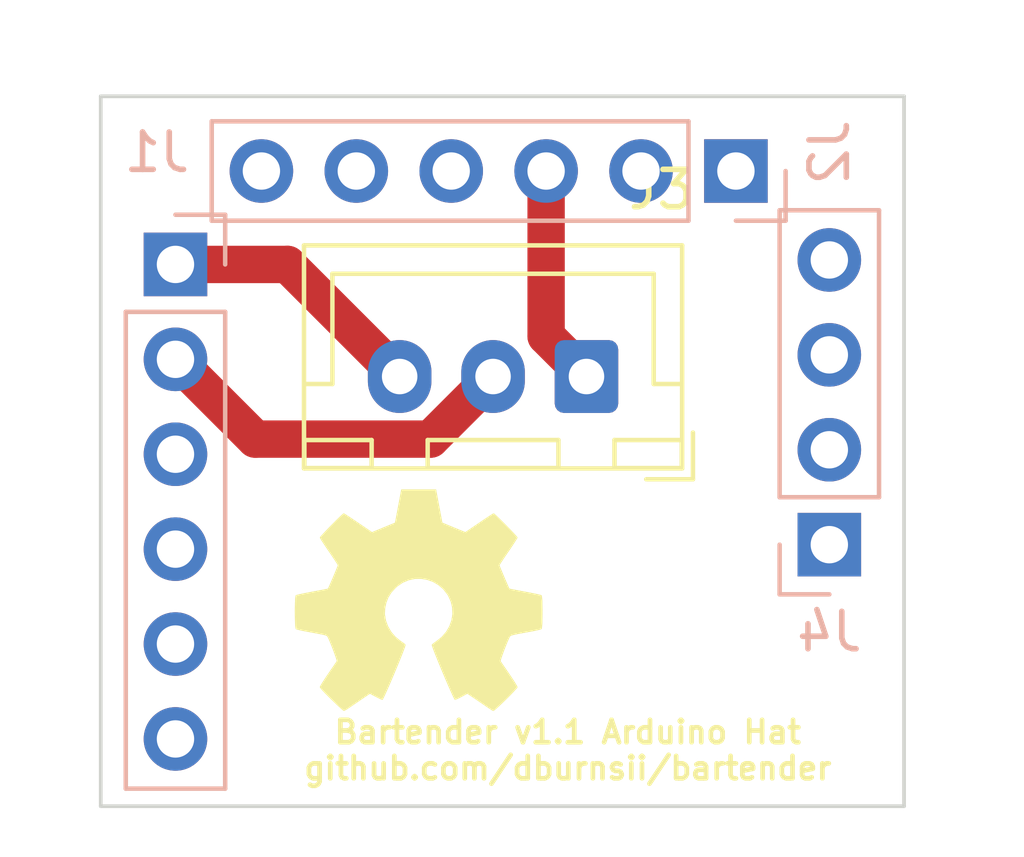
<source format=kicad_pcb>
(kicad_pcb (version 20171130) (host pcbnew 5.1.10)

  (general
    (thickness 1.6)
    (drawings 5)
    (tracks 7)
    (zones 0)
    (modules 5)
    (nets 17)
  )

  (page A4)
  (layers
    (0 F.Cu signal)
    (31 B.Cu signal)
    (32 B.Adhes user)
    (33 F.Adhes user)
    (34 B.Paste user)
    (35 F.Paste user)
    (36 B.SilkS user)
    (37 F.SilkS user)
    (38 B.Mask user)
    (39 F.Mask user)
    (40 Dwgs.User user)
    (41 Cmts.User user)
    (42 Eco1.User user)
    (43 Eco2.User user)
    (44 Edge.Cuts user)
    (45 Margin user)
    (46 B.CrtYd user)
    (47 F.CrtYd user)
    (48 B.Fab user)
    (49 F.Fab user)
  )

  (setup
    (last_trace_width 1)
    (user_trace_width 0.5)
    (user_trace_width 0.75)
    (user_trace_width 1)
    (trace_clearance 0.2)
    (zone_clearance 0.508)
    (zone_45_only no)
    (trace_min 0.2)
    (via_size 0.8)
    (via_drill 0.4)
    (via_min_size 0.4)
    (via_min_drill 0.3)
    (uvia_size 0.3)
    (uvia_drill 0.1)
    (uvias_allowed no)
    (uvia_min_size 0.2)
    (uvia_min_drill 0.1)
    (edge_width 0.1)
    (segment_width 0.2)
    (pcb_text_width 0.3)
    (pcb_text_size 1.5 1.5)
    (mod_edge_width 0.15)
    (mod_text_size 1 1)
    (mod_text_width 0.15)
    (pad_size 1.524 1.524)
    (pad_drill 0.762)
    (pad_to_mask_clearance 0)
    (aux_axis_origin 0 0)
    (visible_elements FFFFFF7F)
    (pcbplotparams
      (layerselection 0x010fc_ffffffff)
      (usegerberextensions false)
      (usegerberattributes true)
      (usegerberadvancedattributes true)
      (creategerberjobfile true)
      (excludeedgelayer true)
      (linewidth 0.100000)
      (plotframeref false)
      (viasonmask false)
      (mode 1)
      (useauxorigin false)
      (hpglpennumber 1)
      (hpglpenspeed 20)
      (hpglpendiameter 15.000000)
      (psnegative false)
      (psa4output false)
      (plotreference true)
      (plotvalue true)
      (plotinvisibletext false)
      (padsonsilk false)
      (subtractmaskfromsilk false)
      (outputformat 1)
      (mirror false)
      (drillshape 1)
      (scaleselection 1)
      (outputdirectory ""))
  )

  (net 0 "")
  (net 1 "Net-(J1-Pad6)")
  (net 2 "Net-(J1-Pad5)")
  (net 3 "Net-(J1-Pad4)")
  (net 4 "Net-(J1-Pad3)")
  (net 5 /GND)
  (net 6 /5V)
  (net 7 "Net-(J2-Pad6)")
  (net 8 "Net-(J2-Pad5)")
  (net 9 "Net-(J2-Pad4)")
  (net 10 /D9)
  (net 11 "Net-(J2-Pad2)")
  (net 12 "Net-(J2-Pad1)")
  (net 13 "Net-(J4-Pad4)")
  (net 14 "Net-(J4-Pad3)")
  (net 15 "Net-(J4-Pad2)")
  (net 16 "Net-(J4-Pad1)")

  (net_class Default "This is the default net class."
    (clearance 0.2)
    (trace_width 0.25)
    (via_dia 0.8)
    (via_drill 0.4)
    (uvia_dia 0.3)
    (uvia_drill 0.1)
    (add_net /5V)
    (add_net /D9)
    (add_net /GND)
    (add_net "Net-(J1-Pad3)")
    (add_net "Net-(J1-Pad4)")
    (add_net "Net-(J1-Pad5)")
    (add_net "Net-(J1-Pad6)")
    (add_net "Net-(J2-Pad1)")
    (add_net "Net-(J2-Pad2)")
    (add_net "Net-(J2-Pad4)")
    (add_net "Net-(J2-Pad5)")
    (add_net "Net-(J2-Pad6)")
    (add_net "Net-(J4-Pad1)")
    (add_net "Net-(J4-Pad2)")
    (add_net "Net-(J4-Pad3)")
    (add_net "Net-(J4-Pad4)")
  )

  (module Connector_JST:JST_XH_B3B-XH-A_1x03_P2.50mm_Vertical (layer F.Cu) (tedit 5C28146C) (tstamp 60B09009)
    (at 133.5 80.5 180)
    (descr "JST XH series connector, B3B-XH-A (http://www.jst-mfg.com/product/pdf/eng/eXH.pdf), generated with kicad-footprint-generator")
    (tags "connector JST XH vertical")
    (path /610130DF)
    (fp_text reference J3 (at -2 5) (layer F.SilkS)
      (effects (font (size 1 1) (thickness 0.15)))
    )
    (fp_text value JST (at 2.5 4.6) (layer F.Fab)
      (effects (font (size 1 1) (thickness 0.15)))
    )
    (fp_line (start -2.85 -2.75) (end -2.85 -1.5) (layer F.SilkS) (width 0.12))
    (fp_line (start -1.6 -2.75) (end -2.85 -2.75) (layer F.SilkS) (width 0.12))
    (fp_line (start 6.8 2.75) (end 2.5 2.75) (layer F.SilkS) (width 0.12))
    (fp_line (start 6.8 -0.2) (end 6.8 2.75) (layer F.SilkS) (width 0.12))
    (fp_line (start 7.55 -0.2) (end 6.8 -0.2) (layer F.SilkS) (width 0.12))
    (fp_line (start -1.8 2.75) (end 2.5 2.75) (layer F.SilkS) (width 0.12))
    (fp_line (start -1.8 -0.2) (end -1.8 2.75) (layer F.SilkS) (width 0.12))
    (fp_line (start -2.55 -0.2) (end -1.8 -0.2) (layer F.SilkS) (width 0.12))
    (fp_line (start 7.55 -2.45) (end 5.75 -2.45) (layer F.SilkS) (width 0.12))
    (fp_line (start 7.55 -1.7) (end 7.55 -2.45) (layer F.SilkS) (width 0.12))
    (fp_line (start 5.75 -1.7) (end 7.55 -1.7) (layer F.SilkS) (width 0.12))
    (fp_line (start 5.75 -2.45) (end 5.75 -1.7) (layer F.SilkS) (width 0.12))
    (fp_line (start -0.75 -2.45) (end -2.55 -2.45) (layer F.SilkS) (width 0.12))
    (fp_line (start -0.75 -1.7) (end -0.75 -2.45) (layer F.SilkS) (width 0.12))
    (fp_line (start -2.55 -1.7) (end -0.75 -1.7) (layer F.SilkS) (width 0.12))
    (fp_line (start -2.55 -2.45) (end -2.55 -1.7) (layer F.SilkS) (width 0.12))
    (fp_line (start 4.25 -2.45) (end 0.75 -2.45) (layer F.SilkS) (width 0.12))
    (fp_line (start 4.25 -1.7) (end 4.25 -2.45) (layer F.SilkS) (width 0.12))
    (fp_line (start 0.75 -1.7) (end 4.25 -1.7) (layer F.SilkS) (width 0.12))
    (fp_line (start 0.75 -2.45) (end 0.75 -1.7) (layer F.SilkS) (width 0.12))
    (fp_line (start 0 -1.35) (end 0.625 -2.35) (layer F.Fab) (width 0.1))
    (fp_line (start -0.625 -2.35) (end 0 -1.35) (layer F.Fab) (width 0.1))
    (fp_line (start 7.95 -2.85) (end -2.95 -2.85) (layer F.CrtYd) (width 0.05))
    (fp_line (start 7.95 3.9) (end 7.95 -2.85) (layer F.CrtYd) (width 0.05))
    (fp_line (start -2.95 3.9) (end 7.95 3.9) (layer F.CrtYd) (width 0.05))
    (fp_line (start -2.95 -2.85) (end -2.95 3.9) (layer F.CrtYd) (width 0.05))
    (fp_line (start 7.56 -2.46) (end -2.56 -2.46) (layer F.SilkS) (width 0.12))
    (fp_line (start 7.56 3.51) (end 7.56 -2.46) (layer F.SilkS) (width 0.12))
    (fp_line (start -2.56 3.51) (end 7.56 3.51) (layer F.SilkS) (width 0.12))
    (fp_line (start -2.56 -2.46) (end -2.56 3.51) (layer F.SilkS) (width 0.12))
    (fp_line (start 7.45 -2.35) (end -2.45 -2.35) (layer F.Fab) (width 0.1))
    (fp_line (start 7.45 3.4) (end 7.45 -2.35) (layer F.Fab) (width 0.1))
    (fp_line (start -2.45 3.4) (end 7.45 3.4) (layer F.Fab) (width 0.1))
    (fp_line (start -2.45 -2.35) (end -2.45 3.4) (layer F.Fab) (width 0.1))
    (fp_text user %R (at 2.5 2.7) (layer F.Fab)
      (effects (font (size 1 1) (thickness 0.15)))
    )
    (pad 3 thru_hole oval (at 5 0 180) (size 1.7 1.95) (drill 0.95) (layers *.Cu *.Mask)
      (net 6 /5V))
    (pad 2 thru_hole oval (at 2.5 0 180) (size 1.7 1.95) (drill 0.95) (layers *.Cu *.Mask)
      (net 5 /GND))
    (pad 1 thru_hole roundrect (at 0 0 180) (size 1.7 1.95) (drill 0.95) (layers *.Cu *.Mask) (roundrect_rratio 0.147059)
      (net 10 /D9))
    (model ${KISYS3DMOD}/Connector_JST.3dshapes/JST_XH_B3B-XH-A_1x03_P2.50mm_Vertical.wrl
      (at (xyz 0 0 0))
      (scale (xyz 1 1 1))
      (rotate (xyz 0 0 0))
    )
  )

  (module Symbol:OSHW-Symbol_6.7x6mm_SilkScreen (layer F.Cu) (tedit 0) (tstamp 60EE8C39)
    (at 129 86.5)
    (descr "Open Source Hardware Symbol")
    (tags "Logo Symbol OSHW")
    (attr virtual)
    (fp_text reference REF** (at 0 0) (layer F.SilkS) hide
      (effects (font (size 1 1) (thickness 0.15)))
    )
    (fp_text value OSHW-Symbol_6.7x6mm_SilkScreen (at 0.75 0) (layer F.Fab) hide
      (effects (font (size 1 1) (thickness 0.15)))
    )
    (fp_poly (pts (xy 0.555814 -2.531069) (xy 0.639635 -2.086445) (xy 0.94892 -1.958947) (xy 1.258206 -1.831449)
      (xy 1.629246 -2.083754) (xy 1.733157 -2.154004) (xy 1.827087 -2.216728) (xy 1.906652 -2.269062)
      (xy 1.96747 -2.308143) (xy 2.005157 -2.331107) (xy 2.015421 -2.336058) (xy 2.03391 -2.323324)
      (xy 2.07342 -2.288118) (xy 2.129522 -2.234938) (xy 2.197787 -2.168282) (xy 2.273786 -2.092646)
      (xy 2.353092 -2.012528) (xy 2.431275 -1.932426) (xy 2.503907 -1.856836) (xy 2.566559 -1.790255)
      (xy 2.614803 -1.737182) (xy 2.64421 -1.702113) (xy 2.651241 -1.690377) (xy 2.641123 -1.66874)
      (xy 2.612759 -1.621338) (xy 2.569129 -1.552807) (xy 2.513218 -1.467785) (xy 2.448006 -1.370907)
      (xy 2.410219 -1.31565) (xy 2.341343 -1.214752) (xy 2.28014 -1.123701) (xy 2.229578 -1.04703)
      (xy 2.192628 -0.989272) (xy 2.172258 -0.954957) (xy 2.169197 -0.947746) (xy 2.176136 -0.927252)
      (xy 2.195051 -0.879487) (xy 2.223087 -0.811168) (xy 2.257391 -0.729011) (xy 2.295109 -0.63973)
      (xy 2.333387 -0.550042) (xy 2.36937 -0.466662) (xy 2.400206 -0.396306) (xy 2.423039 -0.34569)
      (xy 2.435017 -0.321529) (xy 2.435724 -0.320578) (xy 2.454531 -0.315964) (xy 2.504618 -0.305672)
      (xy 2.580793 -0.290713) (xy 2.677865 -0.272099) (xy 2.790643 -0.250841) (xy 2.856442 -0.238582)
      (xy 2.97695 -0.215638) (xy 3.085797 -0.193805) (xy 3.177476 -0.174278) (xy 3.246481 -0.158252)
      (xy 3.287304 -0.146921) (xy 3.295511 -0.143326) (xy 3.303548 -0.118994) (xy 3.310033 -0.064041)
      (xy 3.31497 0.015108) (xy 3.318364 0.112026) (xy 3.320218 0.220287) (xy 3.320538 0.333465)
      (xy 3.319327 0.445135) (xy 3.31659 0.548868) (xy 3.312331 0.638241) (xy 3.306555 0.706826)
      (xy 3.299267 0.748197) (xy 3.294895 0.75681) (xy 3.268764 0.767133) (xy 3.213393 0.781892)
      (xy 3.136107 0.799352) (xy 3.04423 0.81778) (xy 3.012158 0.823741) (xy 2.857524 0.852066)
      (xy 2.735375 0.874876) (xy 2.641673 0.89308) (xy 2.572384 0.907583) (xy 2.523471 0.919292)
      (xy 2.490897 0.929115) (xy 2.470628 0.937956) (xy 2.458626 0.946724) (xy 2.456947 0.948457)
      (xy 2.440184 0.976371) (xy 2.414614 1.030695) (xy 2.382788 1.104777) (xy 2.34726 1.191965)
      (xy 2.310583 1.285608) (xy 2.275311 1.379052) (xy 2.243996 1.465647) (xy 2.219193 1.53874)
      (xy 2.203454 1.591678) (xy 2.199332 1.617811) (xy 2.199676 1.618726) (xy 2.213641 1.640086)
      (xy 2.245322 1.687084) (xy 2.291391 1.754827) (xy 2.348518 1.838423) (xy 2.413373 1.932982)
      (xy 2.431843 1.959854) (xy 2.497699 2.057275) (xy 2.55565 2.146163) (xy 2.602538 2.221412)
      (xy 2.635207 2.27792) (xy 2.6505 2.310581) (xy 2.651241 2.314593) (xy 2.638392 2.335684)
      (xy 2.602888 2.377464) (xy 2.549293 2.435445) (xy 2.482171 2.505135) (xy 2.406087 2.582045)
      (xy 2.325604 2.661683) (xy 2.245287 2.739561) (xy 2.169699 2.811186) (xy 2.103405 2.87207)
      (xy 2.050969 2.917721) (xy 2.016955 2.94365) (xy 2.007545 2.947883) (xy 1.985643 2.937912)
      (xy 1.9408 2.91102) (xy 1.880321 2.871736) (xy 1.833789 2.840117) (xy 1.749475 2.782098)
      (xy 1.649626 2.713784) (xy 1.549473 2.645579) (xy 1.495627 2.609075) (xy 1.313371 2.4858)
      (xy 1.160381 2.56852) (xy 1.090682 2.604759) (xy 1.031414 2.632926) (xy 0.991311 2.648991)
      (xy 0.981103 2.651226) (xy 0.968829 2.634722) (xy 0.944613 2.588082) (xy 0.910263 2.515609)
      (xy 0.867588 2.421606) (xy 0.818394 2.310374) (xy 0.76449 2.186215) (xy 0.707684 2.053432)
      (xy 0.649782 1.916327) (xy 0.592593 1.779202) (xy 0.537924 1.646358) (xy 0.487584 1.522098)
      (xy 0.44338 1.410725) (xy 0.407119 1.316539) (xy 0.380609 1.243844) (xy 0.365658 1.196941)
      (xy 0.363254 1.180833) (xy 0.382311 1.160286) (xy 0.424036 1.126933) (xy 0.479706 1.087702)
      (xy 0.484378 1.084599) (xy 0.628264 0.969423) (xy 0.744283 0.835053) (xy 0.83143 0.685784)
      (xy 0.888699 0.525913) (xy 0.915086 0.359737) (xy 0.909585 0.191552) (xy 0.87119 0.025655)
      (xy 0.798895 -0.133658) (xy 0.777626 -0.168513) (xy 0.666996 -0.309263) (xy 0.536302 -0.422286)
      (xy 0.390064 -0.506997) (xy 0.232808 -0.562806) (xy 0.069057 -0.589126) (xy -0.096667 -0.58537)
      (xy -0.259838 -0.55095) (xy -0.415935 -0.485277) (xy -0.560433 -0.387765) (xy -0.605131 -0.348187)
      (xy -0.718888 -0.224297) (xy -0.801782 -0.093876) (xy -0.858644 0.052315) (xy -0.890313 0.197088)
      (xy -0.898131 0.35986) (xy -0.872062 0.52344) (xy -0.814755 0.682298) (xy -0.728856 0.830906)
      (xy -0.617014 0.963735) (xy -0.481877 1.075256) (xy -0.464117 1.087011) (xy -0.40785 1.125508)
      (xy -0.365077 1.158863) (xy -0.344628 1.18016) (xy -0.344331 1.180833) (xy -0.348721 1.203871)
      (xy -0.366124 1.256157) (xy -0.394732 1.33339) (xy -0.432735 1.431268) (xy -0.478326 1.545491)
      (xy -0.529697 1.671758) (xy -0.585038 1.805767) (xy -0.642542 1.943218) (xy -0.700399 2.079808)
      (xy -0.756802 2.211237) (xy -0.809942 2.333205) (xy -0.85801 2.441409) (xy -0.899199 2.531549)
      (xy -0.931699 2.599323) (xy -0.953703 2.64043) (xy -0.962564 2.651226) (xy -0.98964 2.642819)
      (xy -1.040303 2.620272) (xy -1.105817 2.587613) (xy -1.141841 2.56852) (xy -1.294832 2.4858)
      (xy -1.477088 2.609075) (xy -1.570125 2.672228) (xy -1.671985 2.741727) (xy -1.767438 2.807165)
      (xy -1.81525 2.840117) (xy -1.882495 2.885273) (xy -1.939436 2.921057) (xy -1.978646 2.942938)
      (xy -1.991381 2.947563) (xy -2.009917 2.935085) (xy -2.050941 2.900252) (xy -2.110475 2.846678)
      (xy -2.184542 2.777983) (xy -2.269165 2.697781) (xy -2.322685 2.646286) (xy -2.416319 2.554286)
      (xy -2.497241 2.471999) (xy -2.562177 2.402945) (xy -2.607858 2.350644) (xy -2.631011 2.318616)
      (xy -2.633232 2.312116) (xy -2.622924 2.287394) (xy -2.594439 2.237405) (xy -2.550937 2.167212)
      (xy -2.495577 2.081875) (xy -2.43152 1.986456) (xy -2.413303 1.959854) (xy -2.346927 1.863167)
      (xy -2.287378 1.776117) (xy -2.237984 1.703595) (xy -2.202075 1.650493) (xy -2.182981 1.621703)
      (xy -2.181136 1.618726) (xy -2.183895 1.595782) (xy -2.198538 1.545336) (xy -2.222513 1.474041)
      (xy -2.253266 1.388547) (xy -2.288244 1.295507) (xy -2.324893 1.201574) (xy -2.360661 1.113399)
      (xy -2.392994 1.037634) (xy -2.419338 0.980931) (xy -2.437142 0.949943) (xy -2.438407 0.948457)
      (xy -2.449294 0.939601) (xy -2.467682 0.930843) (xy -2.497606 0.921277) (xy -2.543103 0.909996)
      (xy -2.608209 0.896093) (xy -2.696961 0.878663) (xy -2.813393 0.856798) (xy -2.961542 0.829591)
      (xy -2.993618 0.823741) (xy -3.088686 0.805374) (xy -3.171565 0.787405) (xy -3.23493 0.771569)
      (xy -3.271458 0.7596) (xy -3.276356 0.75681) (xy -3.284427 0.732072) (xy -3.290987 0.67679)
      (xy -3.296033 0.597389) (xy -3.299559 0.500296) (xy -3.301561 0.391938) (xy -3.302036 0.27874)
      (xy -3.300977 0.167128) (xy -3.298382 0.063529) (xy -3.294246 -0.025632) (xy -3.288563 -0.093928)
      (xy -3.281331 -0.134934) (xy -3.276971 -0.143326) (xy -3.252698 -0.151792) (xy -3.197426 -0.165565)
      (xy -3.116662 -0.18345) (xy -3.015912 -0.204252) (xy -2.900683 -0.226777) (xy -2.837902 -0.238582)
      (xy -2.718787 -0.260849) (xy -2.612565 -0.281021) (xy -2.524427 -0.298085) (xy -2.459566 -0.311031)
      (xy -2.423174 -0.318845) (xy -2.417184 -0.320578) (xy -2.407061 -0.34011) (xy -2.385662 -0.387157)
      (xy -2.355839 -0.454997) (xy -2.320445 -0.536909) (xy -2.282332 -0.626172) (xy -2.244353 -0.716065)
      (xy -2.20936 -0.799865) (xy -2.180206 -0.870853) (xy -2.159743 -0.922306) (xy -2.150823 -0.947503)
      (xy -2.150657 -0.948604) (xy -2.160769 -0.968481) (xy -2.189117 -1.014223) (xy -2.232723 -1.081283)
      (xy -2.288606 -1.165116) (xy -2.353787 -1.261174) (xy -2.391679 -1.31635) (xy -2.460725 -1.417519)
      (xy -2.52205 -1.50937) (xy -2.572663 -1.587256) (xy -2.609571 -1.646531) (xy -2.629782 -1.682549)
      (xy -2.632701 -1.690623) (xy -2.620153 -1.709416) (xy -2.585463 -1.749543) (xy -2.533063 -1.806507)
      (xy -2.467384 -1.875815) (xy -2.392856 -1.952969) (xy -2.313913 -2.033475) (xy -2.234983 -2.112837)
      (xy -2.1605 -2.18656) (xy -2.094894 -2.250148) (xy -2.042596 -2.299106) (xy -2.008039 -2.328939)
      (xy -1.996478 -2.336058) (xy -1.977654 -2.326047) (xy -1.932631 -2.297922) (xy -1.865787 -2.254546)
      (xy -1.781499 -2.198782) (xy -1.684144 -2.133494) (xy -1.610707 -2.083754) (xy -1.239667 -1.831449)
      (xy -0.621095 -2.086445) (xy -0.537275 -2.531069) (xy -0.453454 -2.975693) (xy 0.471994 -2.975693)
      (xy 0.555814 -2.531069)) (layer F.SilkS) (width 0.01))
  )

  (module Connector_PinHeader_2.54mm:PinHeader_1x04_P2.54mm_Vertical (layer B.Cu) (tedit 59FED5CC) (tstamp 60B087D6)
    (at 140 85)
    (descr "Through hole straight pin header, 1x04, 2.54mm pitch, single row")
    (tags "Through hole pin header THT 1x04 2.54mm single row")
    (path /61014290)
    (fp_text reference J4 (at 0 2.33) (layer B.SilkS)
      (effects (font (size 1 1) (thickness 0.15)) (justify mirror))
    )
    (fp_text value Arduino_Right (at 0 -9.95) (layer B.Fab)
      (effects (font (size 1 1) (thickness 0.15)) (justify mirror))
    )
    (fp_line (start 1.8 1.8) (end -1.8 1.8) (layer B.CrtYd) (width 0.05))
    (fp_line (start 1.8 -9.4) (end 1.8 1.8) (layer B.CrtYd) (width 0.05))
    (fp_line (start -1.8 -9.4) (end 1.8 -9.4) (layer B.CrtYd) (width 0.05))
    (fp_line (start -1.8 1.8) (end -1.8 -9.4) (layer B.CrtYd) (width 0.05))
    (fp_line (start -1.33 1.33) (end 0 1.33) (layer B.SilkS) (width 0.12))
    (fp_line (start -1.33 0) (end -1.33 1.33) (layer B.SilkS) (width 0.12))
    (fp_line (start -1.33 -1.27) (end 1.33 -1.27) (layer B.SilkS) (width 0.12))
    (fp_line (start 1.33 -1.27) (end 1.33 -8.95) (layer B.SilkS) (width 0.12))
    (fp_line (start -1.33 -1.27) (end -1.33 -8.95) (layer B.SilkS) (width 0.12))
    (fp_line (start -1.33 -8.95) (end 1.33 -8.95) (layer B.SilkS) (width 0.12))
    (fp_line (start -1.27 0.635) (end -0.635 1.27) (layer B.Fab) (width 0.1))
    (fp_line (start -1.27 -8.89) (end -1.27 0.635) (layer B.Fab) (width 0.1))
    (fp_line (start 1.27 -8.89) (end -1.27 -8.89) (layer B.Fab) (width 0.1))
    (fp_line (start 1.27 1.27) (end 1.27 -8.89) (layer B.Fab) (width 0.1))
    (fp_line (start -0.635 1.27) (end 1.27 1.27) (layer B.Fab) (width 0.1))
    (fp_text user %R (at 0 -3.81 -90) (layer B.Fab)
      (effects (font (size 1 1) (thickness 0.15)) (justify mirror))
    )
    (pad 4 thru_hole oval (at 0 -7.62) (size 1.7 1.7) (drill 1) (layers *.Cu *.Mask)
      (net 13 "Net-(J4-Pad4)"))
    (pad 3 thru_hole oval (at 0 -5.08) (size 1.7 1.7) (drill 1) (layers *.Cu *.Mask)
      (net 14 "Net-(J4-Pad3)"))
    (pad 2 thru_hole oval (at 0 -2.54) (size 1.7 1.7) (drill 1) (layers *.Cu *.Mask)
      (net 15 "Net-(J4-Pad2)"))
    (pad 1 thru_hole rect (at 0 0) (size 1.7 1.7) (drill 1) (layers *.Cu *.Mask)
      (net 16 "Net-(J4-Pad1)"))
    (model ${KISYS3DMOD}/Connector_PinHeader_2.54mm.3dshapes/PinHeader_1x04_P2.54mm_Vertical.wrl
      (at (xyz 0 0 0))
      (scale (xyz 1 1 1))
      (rotate (xyz 0 0 0))
    )
  )

  (module Connector_PinHeader_2.54mm:PinHeader_1x06_P2.54mm_Vertical (layer B.Cu) (tedit 59FED5CC) (tstamp 60B08794)
    (at 137.5 75 90)
    (descr "Through hole straight pin header, 1x06, 2.54mm pitch, single row")
    (tags "Through hole pin header THT 1x06 2.54mm single row")
    (path /610150C3)
    (fp_text reference J2 (at 0.5 2.5 -90) (layer B.SilkS)
      (effects (font (size 1 1) (thickness 0.15)) (justify mirror))
    )
    (fp_text value Arduino_Top (at 0 -15.03 -90) (layer B.Fab)
      (effects (font (size 1 1) (thickness 0.15)) (justify mirror))
    )
    (fp_line (start 1.8 1.8) (end -1.8 1.8) (layer B.CrtYd) (width 0.05))
    (fp_line (start 1.8 -14.5) (end 1.8 1.8) (layer B.CrtYd) (width 0.05))
    (fp_line (start -1.8 -14.5) (end 1.8 -14.5) (layer B.CrtYd) (width 0.05))
    (fp_line (start -1.8 1.8) (end -1.8 -14.5) (layer B.CrtYd) (width 0.05))
    (fp_line (start -1.33 1.33) (end 0 1.33) (layer B.SilkS) (width 0.12))
    (fp_line (start -1.33 0) (end -1.33 1.33) (layer B.SilkS) (width 0.12))
    (fp_line (start -1.33 -1.27) (end 1.33 -1.27) (layer B.SilkS) (width 0.12))
    (fp_line (start 1.33 -1.27) (end 1.33 -14.03) (layer B.SilkS) (width 0.12))
    (fp_line (start -1.33 -1.27) (end -1.33 -14.03) (layer B.SilkS) (width 0.12))
    (fp_line (start -1.33 -14.03) (end 1.33 -14.03) (layer B.SilkS) (width 0.12))
    (fp_line (start -1.27 0.635) (end -0.635 1.27) (layer B.Fab) (width 0.1))
    (fp_line (start -1.27 -13.97) (end -1.27 0.635) (layer B.Fab) (width 0.1))
    (fp_line (start 1.27 -13.97) (end -1.27 -13.97) (layer B.Fab) (width 0.1))
    (fp_line (start 1.27 1.27) (end 1.27 -13.97) (layer B.Fab) (width 0.1))
    (fp_line (start -0.635 1.27) (end 1.27 1.27) (layer B.Fab) (width 0.1))
    (fp_text user %R (at 0 -6.35) (layer B.Fab)
      (effects (font (size 1 1) (thickness 0.15)) (justify mirror))
    )
    (pad 6 thru_hole oval (at 0 -12.7 90) (size 1.7 1.7) (drill 1) (layers *.Cu *.Mask)
      (net 7 "Net-(J2-Pad6)"))
    (pad 5 thru_hole oval (at 0 -10.16 90) (size 1.7 1.7) (drill 1) (layers *.Cu *.Mask)
      (net 8 "Net-(J2-Pad5)"))
    (pad 4 thru_hole oval (at 0 -7.62 90) (size 1.7 1.7) (drill 1) (layers *.Cu *.Mask)
      (net 9 "Net-(J2-Pad4)"))
    (pad 3 thru_hole oval (at 0 -5.08 90) (size 1.7 1.7) (drill 1) (layers *.Cu *.Mask)
      (net 10 /D9))
    (pad 2 thru_hole oval (at 0 -2.54 90) (size 1.7 1.7) (drill 1) (layers *.Cu *.Mask)
      (net 11 "Net-(J2-Pad2)"))
    (pad 1 thru_hole rect (at 0 0 90) (size 1.7 1.7) (drill 1) (layers *.Cu *.Mask)
      (net 12 "Net-(J2-Pad1)"))
    (model ${KISYS3DMOD}/Connector_PinHeader_2.54mm.3dshapes/PinHeader_1x06_P2.54mm_Vertical.wrl
      (at (xyz 0 0 0))
      (scale (xyz 1 1 1))
      (rotate (xyz 0 0 0))
    )
  )

  (module Connector_PinHeader_2.54mm:PinHeader_1x06_P2.54mm_Vertical (layer B.Cu) (tedit 59FED5CC) (tstamp 60B0877A)
    (at 122.5 77.5 180)
    (descr "Through hole straight pin header, 1x06, 2.54mm pitch, single row")
    (tags "Through hole pin header THT 1x06 2.54mm single row")
    (path /61015A81)
    (fp_text reference J1 (at 0.5 3) (layer B.SilkS)
      (effects (font (size 1 1) (thickness 0.15)) (justify mirror))
    )
    (fp_text value Arduino_Left (at 0 -15.03) (layer B.Fab)
      (effects (font (size 1 1) (thickness 0.15)) (justify mirror))
    )
    (fp_line (start 1.8 1.8) (end -1.8 1.8) (layer B.CrtYd) (width 0.05))
    (fp_line (start 1.8 -14.5) (end 1.8 1.8) (layer B.CrtYd) (width 0.05))
    (fp_line (start -1.8 -14.5) (end 1.8 -14.5) (layer B.CrtYd) (width 0.05))
    (fp_line (start -1.8 1.8) (end -1.8 -14.5) (layer B.CrtYd) (width 0.05))
    (fp_line (start -1.33 1.33) (end 0 1.33) (layer B.SilkS) (width 0.12))
    (fp_line (start -1.33 0) (end -1.33 1.33) (layer B.SilkS) (width 0.12))
    (fp_line (start -1.33 -1.27) (end 1.33 -1.27) (layer B.SilkS) (width 0.12))
    (fp_line (start 1.33 -1.27) (end 1.33 -14.03) (layer B.SilkS) (width 0.12))
    (fp_line (start -1.33 -1.27) (end -1.33 -14.03) (layer B.SilkS) (width 0.12))
    (fp_line (start -1.33 -14.03) (end 1.33 -14.03) (layer B.SilkS) (width 0.12))
    (fp_line (start -1.27 0.635) (end -0.635 1.27) (layer B.Fab) (width 0.1))
    (fp_line (start -1.27 -13.97) (end -1.27 0.635) (layer B.Fab) (width 0.1))
    (fp_line (start 1.27 -13.97) (end -1.27 -13.97) (layer B.Fab) (width 0.1))
    (fp_line (start 1.27 1.27) (end 1.27 -13.97) (layer B.Fab) (width 0.1))
    (fp_line (start -0.635 1.27) (end 1.27 1.27) (layer B.Fab) (width 0.1))
    (fp_text user %R (at 0 -6.35 270) (layer B.Fab)
      (effects (font (size 1 1) (thickness 0.15)) (justify mirror))
    )
    (pad 6 thru_hole oval (at 0 -12.7 180) (size 1.7 1.7) (drill 1) (layers *.Cu *.Mask)
      (net 1 "Net-(J1-Pad6)"))
    (pad 5 thru_hole oval (at 0 -10.16 180) (size 1.7 1.7) (drill 1) (layers *.Cu *.Mask)
      (net 2 "Net-(J1-Pad5)"))
    (pad 4 thru_hole oval (at 0 -7.62 180) (size 1.7 1.7) (drill 1) (layers *.Cu *.Mask)
      (net 3 "Net-(J1-Pad4)"))
    (pad 3 thru_hole oval (at 0 -5.08 180) (size 1.7 1.7) (drill 1) (layers *.Cu *.Mask)
      (net 4 "Net-(J1-Pad3)"))
    (pad 2 thru_hole oval (at 0 -2.54 180) (size 1.7 1.7) (drill 1) (layers *.Cu *.Mask)
      (net 5 /GND))
    (pad 1 thru_hole rect (at 0 0 180) (size 1.7 1.7) (drill 1) (layers *.Cu *.Mask)
      (net 6 /5V))
    (model ${KISYS3DMOD}/Connector_PinHeader_2.54mm.3dshapes/PinHeader_1x06_P2.54mm_Vertical.wrl
      (at (xyz 0 0 0))
      (scale (xyz 1 1 1))
      (rotate (xyz 0 0 0))
    )
  )

  (gr_line (start 120.5 92) (end 120.5 73) (layer Edge.Cuts) (width 0.1) (tstamp 60B09178))
  (gr_line (start 142 92) (end 120.5 92) (layer Edge.Cuts) (width 0.1))
  (gr_line (start 142 73) (end 142 92) (layer Edge.Cuts) (width 0.1))
  (gr_line (start 120.5 73) (end 142 73) (layer Edge.Cuts) (width 0.1))
  (gr_text "Bartender v1.1 Arduino Hat\ngithub.com/dburnsii/bartender" (at 133 90.5) (layer F.SilkS)
    (effects (font (size 0.6 0.6) (thickness 0.125)))
  )

  (segment (start 129.32499 82.17501) (end 131 80.5) (width 1) (layer F.Cu) (net 5))
  (segment (start 124.63501 82.17501) (end 129.32499 82.17501) (width 1) (layer F.Cu) (net 5))
  (segment (start 122.5 80.04) (end 124.63501 82.17501) (width 1) (layer F.Cu) (net 5))
  (segment (start 125.5 77.5) (end 128.5 80.5) (width 1) (layer F.Cu) (net 6))
  (segment (start 122.5 77.5) (end 125.5 77.5) (width 1) (layer F.Cu) (net 6))
  (segment (start 132.42 79.42) (end 133.5 80.5) (width 1) (layer F.Cu) (net 10))
  (segment (start 132.42 75) (end 132.42 79.42) (width 1) (layer F.Cu) (net 10))

)

</source>
